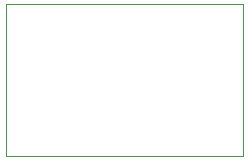
<source format=gbr>
%TF.GenerationSoftware,KiCad,Pcbnew,9.0.4*%
%TF.CreationDate,2025-09-09T11:26:37+01:00*%
%TF.ProjectId,dht11_m5stick,64687431-315f-46d3-9573-7469636b2e6b,rev?*%
%TF.SameCoordinates,Original*%
%TF.FileFunction,Profile,NP*%
%FSLAX46Y46*%
G04 Gerber Fmt 4.6, Leading zero omitted, Abs format (unit mm)*
G04 Created by KiCad (PCBNEW 9.0.4) date 2025-09-09 11:26:37*
%MOMM*%
%LPD*%
G01*
G04 APERTURE LIST*
%TA.AperFunction,Profile*%
%ADD10C,0.050000*%
%TD*%
G04 APERTURE END LIST*
D10*
X123621800Y-52273200D02*
X143662400Y-52273200D01*
X143662400Y-65151000D01*
X123621800Y-65151000D01*
X123621800Y-52273200D01*
M02*

</source>
